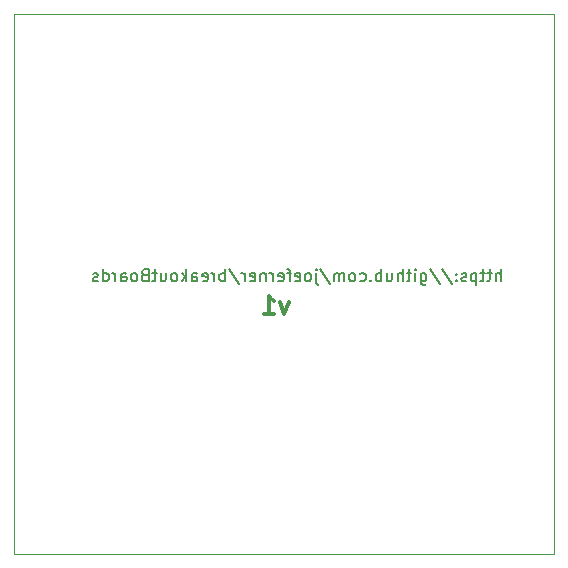
<source format=gbo>
G04 (created by PCBNEW (2013-mar-13)-testing) date Wed 17 Apr 2013 01:49:40 PM EDT*
%MOIN*%
G04 Gerber Fmt 3.4, Leading zero omitted, Abs format*
%FSLAX34Y34*%
G01*
G70*
G90*
G04 APERTURE LIST*
%ADD10C,0.006*%
%ADD11C,0.011811*%
%ADD12C,0.00590551*%
%ADD13C,0.00393701*%
G04 APERTURE END LIST*
G54D10*
G54D11*
X48521Y-48973D02*
X48381Y-49367D01*
X48240Y-48973D01*
X47706Y-49367D02*
X48043Y-49367D01*
X47875Y-49367D02*
X47875Y-48776D01*
X47931Y-48860D01*
X47987Y-48917D01*
X48043Y-48945D01*
G54D12*
X55586Y-48278D02*
X55586Y-47884D01*
X55417Y-48278D02*
X55417Y-48071D01*
X55436Y-48034D01*
X55474Y-48015D01*
X55530Y-48015D01*
X55567Y-48034D01*
X55586Y-48053D01*
X55286Y-48015D02*
X55136Y-48015D01*
X55230Y-47884D02*
X55230Y-48221D01*
X55211Y-48259D01*
X55174Y-48278D01*
X55136Y-48278D01*
X55061Y-48015D02*
X54911Y-48015D01*
X55005Y-47884D02*
X55005Y-48221D01*
X54986Y-48259D01*
X54949Y-48278D01*
X54911Y-48278D01*
X54780Y-48015D02*
X54780Y-48409D01*
X54780Y-48034D02*
X54743Y-48015D01*
X54668Y-48015D01*
X54630Y-48034D01*
X54611Y-48053D01*
X54593Y-48090D01*
X54593Y-48203D01*
X54611Y-48240D01*
X54630Y-48259D01*
X54668Y-48278D01*
X54743Y-48278D01*
X54780Y-48259D01*
X54443Y-48259D02*
X54405Y-48278D01*
X54330Y-48278D01*
X54293Y-48259D01*
X54274Y-48221D01*
X54274Y-48203D01*
X54293Y-48165D01*
X54330Y-48146D01*
X54386Y-48146D01*
X54424Y-48128D01*
X54443Y-48090D01*
X54443Y-48071D01*
X54424Y-48034D01*
X54386Y-48015D01*
X54330Y-48015D01*
X54293Y-48034D01*
X54105Y-48240D02*
X54086Y-48259D01*
X54105Y-48278D01*
X54124Y-48259D01*
X54105Y-48240D01*
X54105Y-48278D01*
X54105Y-48034D02*
X54086Y-48053D01*
X54105Y-48071D01*
X54124Y-48053D01*
X54105Y-48034D01*
X54105Y-48071D01*
X53636Y-47865D02*
X53974Y-48371D01*
X53224Y-47865D02*
X53561Y-48371D01*
X52924Y-48015D02*
X52924Y-48334D01*
X52943Y-48371D01*
X52961Y-48390D01*
X52999Y-48409D01*
X53055Y-48409D01*
X53093Y-48390D01*
X52924Y-48259D02*
X52961Y-48278D01*
X53036Y-48278D01*
X53074Y-48259D01*
X53093Y-48240D01*
X53111Y-48203D01*
X53111Y-48090D01*
X53093Y-48053D01*
X53074Y-48034D01*
X53036Y-48015D01*
X52961Y-48015D01*
X52924Y-48034D01*
X52737Y-48278D02*
X52737Y-48015D01*
X52737Y-47884D02*
X52755Y-47903D01*
X52737Y-47921D01*
X52718Y-47903D01*
X52737Y-47884D01*
X52737Y-47921D01*
X52605Y-48015D02*
X52455Y-48015D01*
X52549Y-47884D02*
X52549Y-48221D01*
X52530Y-48259D01*
X52493Y-48278D01*
X52455Y-48278D01*
X52324Y-48278D02*
X52324Y-47884D01*
X52155Y-48278D02*
X52155Y-48071D01*
X52174Y-48034D01*
X52212Y-48015D01*
X52268Y-48015D01*
X52305Y-48034D01*
X52324Y-48053D01*
X51799Y-48015D02*
X51799Y-48278D01*
X51968Y-48015D02*
X51968Y-48221D01*
X51949Y-48259D01*
X51912Y-48278D01*
X51855Y-48278D01*
X51818Y-48259D01*
X51799Y-48240D01*
X51612Y-48278D02*
X51612Y-47884D01*
X51612Y-48034D02*
X51574Y-48015D01*
X51499Y-48015D01*
X51462Y-48034D01*
X51443Y-48053D01*
X51424Y-48090D01*
X51424Y-48203D01*
X51443Y-48240D01*
X51462Y-48259D01*
X51499Y-48278D01*
X51574Y-48278D01*
X51612Y-48259D01*
X51255Y-48240D02*
X51237Y-48259D01*
X51255Y-48278D01*
X51274Y-48259D01*
X51255Y-48240D01*
X51255Y-48278D01*
X50899Y-48259D02*
X50937Y-48278D01*
X51012Y-48278D01*
X51049Y-48259D01*
X51068Y-48240D01*
X51087Y-48203D01*
X51087Y-48090D01*
X51068Y-48053D01*
X51049Y-48034D01*
X51012Y-48015D01*
X50937Y-48015D01*
X50899Y-48034D01*
X50674Y-48278D02*
X50712Y-48259D01*
X50731Y-48240D01*
X50749Y-48203D01*
X50749Y-48090D01*
X50731Y-48053D01*
X50712Y-48034D01*
X50674Y-48015D01*
X50618Y-48015D01*
X50581Y-48034D01*
X50562Y-48053D01*
X50543Y-48090D01*
X50543Y-48203D01*
X50562Y-48240D01*
X50581Y-48259D01*
X50618Y-48278D01*
X50674Y-48278D01*
X50374Y-48278D02*
X50374Y-48015D01*
X50374Y-48053D02*
X50356Y-48034D01*
X50318Y-48015D01*
X50262Y-48015D01*
X50224Y-48034D01*
X50206Y-48071D01*
X50206Y-48278D01*
X50206Y-48071D02*
X50187Y-48034D01*
X50149Y-48015D01*
X50093Y-48015D01*
X50056Y-48034D01*
X50037Y-48071D01*
X50037Y-48278D01*
X49568Y-47865D02*
X49906Y-48371D01*
X49437Y-48015D02*
X49437Y-48353D01*
X49456Y-48390D01*
X49493Y-48409D01*
X49512Y-48409D01*
X49437Y-47884D02*
X49456Y-47903D01*
X49437Y-47921D01*
X49418Y-47903D01*
X49437Y-47884D01*
X49437Y-47921D01*
X49193Y-48278D02*
X49231Y-48259D01*
X49249Y-48240D01*
X49268Y-48203D01*
X49268Y-48090D01*
X49249Y-48053D01*
X49231Y-48034D01*
X49193Y-48015D01*
X49137Y-48015D01*
X49099Y-48034D01*
X49081Y-48053D01*
X49062Y-48090D01*
X49062Y-48203D01*
X49081Y-48240D01*
X49099Y-48259D01*
X49137Y-48278D01*
X49193Y-48278D01*
X48743Y-48259D02*
X48781Y-48278D01*
X48856Y-48278D01*
X48893Y-48259D01*
X48912Y-48221D01*
X48912Y-48071D01*
X48893Y-48034D01*
X48856Y-48015D01*
X48781Y-48015D01*
X48743Y-48034D01*
X48725Y-48071D01*
X48725Y-48109D01*
X48912Y-48146D01*
X48612Y-48015D02*
X48462Y-48015D01*
X48556Y-48278D02*
X48556Y-47940D01*
X48537Y-47903D01*
X48500Y-47884D01*
X48462Y-47884D01*
X48181Y-48259D02*
X48218Y-48278D01*
X48293Y-48278D01*
X48331Y-48259D01*
X48350Y-48221D01*
X48350Y-48071D01*
X48331Y-48034D01*
X48293Y-48015D01*
X48218Y-48015D01*
X48181Y-48034D01*
X48162Y-48071D01*
X48162Y-48109D01*
X48350Y-48146D01*
X47993Y-48278D02*
X47993Y-48015D01*
X47993Y-48090D02*
X47975Y-48053D01*
X47956Y-48034D01*
X47918Y-48015D01*
X47881Y-48015D01*
X47750Y-48015D02*
X47750Y-48278D01*
X47750Y-48053D02*
X47731Y-48034D01*
X47693Y-48015D01*
X47637Y-48015D01*
X47600Y-48034D01*
X47581Y-48071D01*
X47581Y-48278D01*
X47243Y-48259D02*
X47281Y-48278D01*
X47356Y-48278D01*
X47393Y-48259D01*
X47412Y-48221D01*
X47412Y-48071D01*
X47393Y-48034D01*
X47356Y-48015D01*
X47281Y-48015D01*
X47243Y-48034D01*
X47225Y-48071D01*
X47225Y-48109D01*
X47412Y-48146D01*
X47056Y-48278D02*
X47056Y-48015D01*
X47056Y-48090D02*
X47037Y-48053D01*
X47018Y-48034D01*
X46981Y-48015D01*
X46943Y-48015D01*
X46531Y-47865D02*
X46868Y-48371D01*
X46400Y-48278D02*
X46400Y-47884D01*
X46400Y-48034D02*
X46362Y-48015D01*
X46287Y-48015D01*
X46250Y-48034D01*
X46231Y-48053D01*
X46212Y-48090D01*
X46212Y-48203D01*
X46231Y-48240D01*
X46250Y-48259D01*
X46287Y-48278D01*
X46362Y-48278D01*
X46400Y-48259D01*
X46044Y-48278D02*
X46044Y-48015D01*
X46044Y-48090D02*
X46025Y-48053D01*
X46006Y-48034D01*
X45969Y-48015D01*
X45931Y-48015D01*
X45650Y-48259D02*
X45687Y-48278D01*
X45762Y-48278D01*
X45800Y-48259D01*
X45819Y-48221D01*
X45819Y-48071D01*
X45800Y-48034D01*
X45762Y-48015D01*
X45687Y-48015D01*
X45650Y-48034D01*
X45631Y-48071D01*
X45631Y-48109D01*
X45819Y-48146D01*
X45294Y-48278D02*
X45294Y-48071D01*
X45312Y-48034D01*
X45350Y-48015D01*
X45425Y-48015D01*
X45462Y-48034D01*
X45294Y-48259D02*
X45331Y-48278D01*
X45425Y-48278D01*
X45462Y-48259D01*
X45481Y-48221D01*
X45481Y-48184D01*
X45462Y-48146D01*
X45425Y-48128D01*
X45331Y-48128D01*
X45294Y-48109D01*
X45106Y-48278D02*
X45106Y-47884D01*
X45069Y-48128D02*
X44956Y-48278D01*
X44956Y-48015D02*
X45106Y-48165D01*
X44731Y-48278D02*
X44769Y-48259D01*
X44788Y-48240D01*
X44806Y-48203D01*
X44806Y-48090D01*
X44788Y-48053D01*
X44769Y-48034D01*
X44731Y-48015D01*
X44675Y-48015D01*
X44638Y-48034D01*
X44619Y-48053D01*
X44600Y-48090D01*
X44600Y-48203D01*
X44619Y-48240D01*
X44638Y-48259D01*
X44675Y-48278D01*
X44731Y-48278D01*
X44263Y-48015D02*
X44263Y-48278D01*
X44431Y-48015D02*
X44431Y-48221D01*
X44413Y-48259D01*
X44375Y-48278D01*
X44319Y-48278D01*
X44281Y-48259D01*
X44263Y-48240D01*
X44131Y-48015D02*
X43981Y-48015D01*
X44075Y-47884D02*
X44075Y-48221D01*
X44056Y-48259D01*
X44019Y-48278D01*
X43981Y-48278D01*
X43719Y-48071D02*
X43663Y-48090D01*
X43644Y-48109D01*
X43625Y-48146D01*
X43625Y-48203D01*
X43644Y-48240D01*
X43663Y-48259D01*
X43700Y-48278D01*
X43850Y-48278D01*
X43850Y-47884D01*
X43719Y-47884D01*
X43681Y-47903D01*
X43663Y-47921D01*
X43644Y-47959D01*
X43644Y-47996D01*
X43663Y-48034D01*
X43681Y-48053D01*
X43719Y-48071D01*
X43850Y-48071D01*
X43400Y-48278D02*
X43438Y-48259D01*
X43456Y-48240D01*
X43475Y-48203D01*
X43475Y-48090D01*
X43456Y-48053D01*
X43438Y-48034D01*
X43400Y-48015D01*
X43344Y-48015D01*
X43306Y-48034D01*
X43288Y-48053D01*
X43269Y-48090D01*
X43269Y-48203D01*
X43288Y-48240D01*
X43306Y-48259D01*
X43344Y-48278D01*
X43400Y-48278D01*
X42931Y-48278D02*
X42931Y-48071D01*
X42950Y-48034D01*
X42988Y-48015D01*
X43063Y-48015D01*
X43100Y-48034D01*
X42931Y-48259D02*
X42969Y-48278D01*
X43063Y-48278D01*
X43100Y-48259D01*
X43119Y-48221D01*
X43119Y-48184D01*
X43100Y-48146D01*
X43063Y-48128D01*
X42969Y-48128D01*
X42931Y-48109D01*
X42744Y-48278D02*
X42744Y-48015D01*
X42744Y-48090D02*
X42725Y-48053D01*
X42707Y-48034D01*
X42669Y-48015D01*
X42632Y-48015D01*
X42332Y-48278D02*
X42332Y-47884D01*
X42332Y-48259D02*
X42369Y-48278D01*
X42444Y-48278D01*
X42482Y-48259D01*
X42500Y-48240D01*
X42519Y-48203D01*
X42519Y-48090D01*
X42500Y-48053D01*
X42482Y-48034D01*
X42444Y-48015D01*
X42369Y-48015D01*
X42332Y-48034D01*
X42163Y-48259D02*
X42125Y-48278D01*
X42050Y-48278D01*
X42013Y-48259D01*
X41994Y-48221D01*
X41994Y-48203D01*
X42013Y-48165D01*
X42050Y-48146D01*
X42107Y-48146D01*
X42144Y-48128D01*
X42163Y-48090D01*
X42163Y-48071D01*
X42144Y-48034D01*
X42107Y-48015D01*
X42050Y-48015D01*
X42013Y-48034D01*
G54D13*
X57370Y-57370D02*
X39370Y-57370D01*
X57370Y-39370D02*
X57370Y-57370D01*
X39370Y-39370D02*
X39370Y-57370D01*
X39370Y-39370D02*
X57370Y-39370D01*
M02*

</source>
